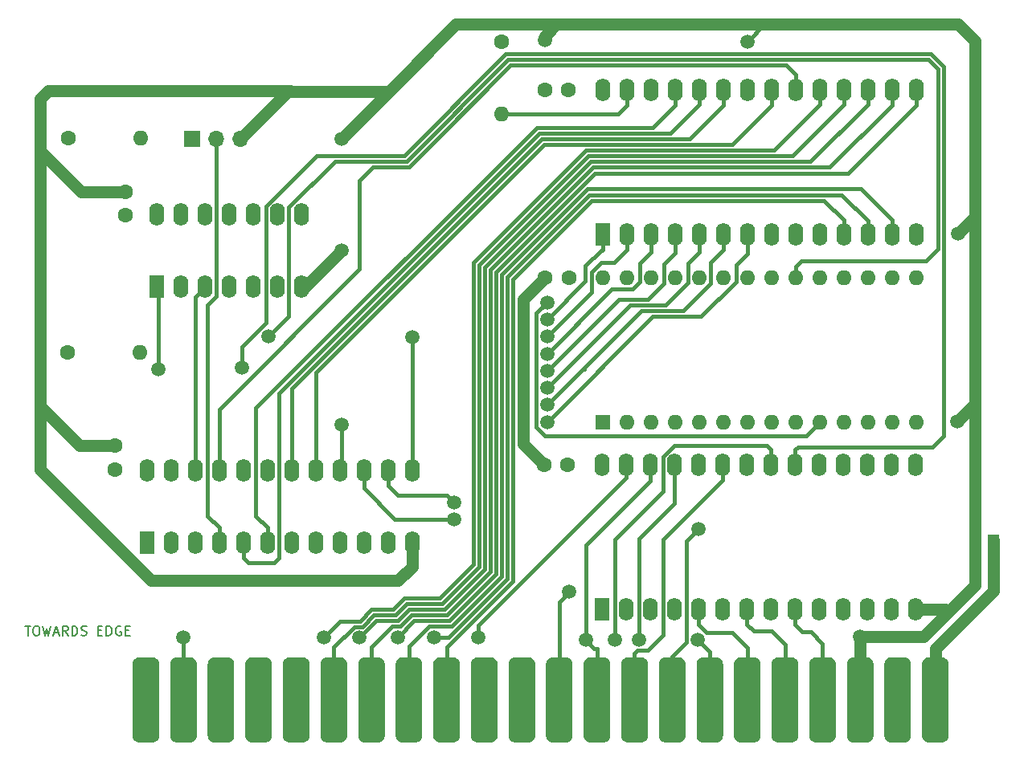
<source format=gbr>
G04 #@! TF.GenerationSoftware,KiCad,Pcbnew,(5.1.5-0)*
G04 #@! TF.CreationDate,2021-03-10T11:50:08+01:00*
G04 #@! TF.ProjectId,Apple1Cartridge,4170706c-6531-4436-9172-747269646765,rev?*
G04 #@! TF.SameCoordinates,Original*
G04 #@! TF.FileFunction,Copper,L1,Top*
G04 #@! TF.FilePolarity,Positive*
%FSLAX46Y46*%
G04 Gerber Fmt 4.6, Leading zero omitted, Abs format (unit mm)*
G04 Created by KiCad (PCBNEW (5.1.5-0)) date 2021-03-10 11:50:08*
%MOMM*%
%LPD*%
G04 APERTURE LIST*
%ADD10C,0.150000*%
%ADD11O,1.600000X2.400000*%
%ADD12R,1.600000X2.400000*%
%ADD13O,1.600000X1.600000*%
%ADD14R,1.600000X1.600000*%
%ADD15C,1.600000*%
%ADD16C,1.200000*%
%ADD17R,1.200000X1.200000*%
%ADD18O,1.700000X1.700000*%
%ADD19R,1.700000X1.700000*%
%ADD20C,0.100000*%
%ADD21C,1.500000*%
%ADD22C,1.300000*%
%ADD23C,0.400000*%
G04 APERTURE END LIST*
D10*
X93480951Y-128679960D02*
X94052380Y-128679960D01*
X93766665Y-129679960D02*
X93766665Y-128679960D01*
X94576189Y-128679960D02*
X94766665Y-128679960D01*
X94861903Y-128727580D01*
X94957141Y-128822818D01*
X95004760Y-129013294D01*
X95004760Y-129346627D01*
X94957141Y-129537103D01*
X94861903Y-129632341D01*
X94766665Y-129679960D01*
X94576189Y-129679960D01*
X94480951Y-129632341D01*
X94385713Y-129537103D01*
X94338094Y-129346627D01*
X94338094Y-129013294D01*
X94385713Y-128822818D01*
X94480951Y-128727580D01*
X94576189Y-128679960D01*
X95338094Y-128679960D02*
X95576189Y-129679960D01*
X95766665Y-128965675D01*
X95957141Y-129679960D01*
X96195237Y-128679960D01*
X96528570Y-129394246D02*
X97004760Y-129394246D01*
X96433332Y-129679960D02*
X96766665Y-128679960D01*
X97099999Y-129679960D01*
X98004760Y-129679960D02*
X97671427Y-129203770D01*
X97433332Y-129679960D02*
X97433332Y-128679960D01*
X97814284Y-128679960D01*
X97909522Y-128727580D01*
X97957141Y-128775199D01*
X98004760Y-128870437D01*
X98004760Y-129013294D01*
X97957141Y-129108532D01*
X97909522Y-129156151D01*
X97814284Y-129203770D01*
X97433332Y-129203770D01*
X98433332Y-129679960D02*
X98433332Y-128679960D01*
X98671427Y-128679960D01*
X98814284Y-128727580D01*
X98909522Y-128822818D01*
X98957141Y-128918056D01*
X99004760Y-129108532D01*
X99004760Y-129251389D01*
X98957141Y-129441865D01*
X98909522Y-129537103D01*
X98814284Y-129632341D01*
X98671427Y-129679960D01*
X98433332Y-129679960D01*
X99385713Y-129632341D02*
X99528570Y-129679960D01*
X99766665Y-129679960D01*
X99861903Y-129632341D01*
X99909522Y-129584722D01*
X99957141Y-129489484D01*
X99957141Y-129394246D01*
X99909522Y-129299008D01*
X99861903Y-129251389D01*
X99766665Y-129203770D01*
X99576189Y-129156151D01*
X99480951Y-129108532D01*
X99433332Y-129060913D01*
X99385713Y-128965675D01*
X99385713Y-128870437D01*
X99433332Y-128775199D01*
X99480951Y-128727580D01*
X99576189Y-128679960D01*
X99814284Y-128679960D01*
X99957141Y-128727580D01*
X101147618Y-129156151D02*
X101480951Y-129156151D01*
X101623808Y-129679960D02*
X101147618Y-129679960D01*
X101147618Y-128679960D01*
X101623808Y-128679960D01*
X102052380Y-129679960D02*
X102052380Y-128679960D01*
X102290475Y-128679960D01*
X102433332Y-128727580D01*
X102528570Y-128822818D01*
X102576189Y-128918056D01*
X102623808Y-129108532D01*
X102623808Y-129251389D01*
X102576189Y-129441865D01*
X102528570Y-129537103D01*
X102433332Y-129632341D01*
X102290475Y-129679960D01*
X102052380Y-129679960D01*
X103576189Y-128727580D02*
X103480951Y-128679960D01*
X103338094Y-128679960D01*
X103195237Y-128727580D01*
X103099999Y-128822818D01*
X103052380Y-128918056D01*
X103004760Y-129108532D01*
X103004760Y-129251389D01*
X103052380Y-129441865D01*
X103099999Y-129537103D01*
X103195237Y-129632341D01*
X103338094Y-129679960D01*
X103433332Y-129679960D01*
X103576189Y-129632341D01*
X103623808Y-129584722D01*
X103623808Y-129251389D01*
X103433332Y-129251389D01*
X104052380Y-129156151D02*
X104385713Y-129156151D01*
X104528570Y-129679960D02*
X104052380Y-129679960D01*
X104052380Y-128679960D01*
X104528570Y-128679960D01*
D11*
X154307540Y-72152260D03*
X187327540Y-87392260D03*
X156847540Y-72152260D03*
X184787540Y-87392260D03*
X159387540Y-72152260D03*
X182247540Y-87392260D03*
X161927540Y-72152260D03*
X179707540Y-87392260D03*
X164467540Y-72152260D03*
X177167540Y-87392260D03*
X167007540Y-72152260D03*
X174627540Y-87392260D03*
X169547540Y-72152260D03*
X172087540Y-87392260D03*
X172087540Y-72152260D03*
X169547540Y-87392260D03*
X174627540Y-72152260D03*
X167007540Y-87392260D03*
X177167540Y-72152260D03*
X164467540Y-87392260D03*
X179707540Y-72152260D03*
X161927540Y-87392260D03*
X182247540Y-72152260D03*
X159387540Y-87392260D03*
X184787540Y-72152260D03*
X156847540Y-87392260D03*
X187327540Y-72152260D03*
D12*
X154307540Y-87392260D03*
D13*
X154315160Y-91933780D03*
X187335160Y-107173780D03*
X156855160Y-91933780D03*
X184795160Y-107173780D03*
X159395160Y-91933780D03*
X182255160Y-107173780D03*
X161935160Y-91933780D03*
X179715160Y-107173780D03*
X164475160Y-91933780D03*
X177175160Y-107173780D03*
X167015160Y-91933780D03*
X174635160Y-107173780D03*
X169555160Y-91933780D03*
X172095160Y-107173780D03*
X172095160Y-91933780D03*
X169555160Y-107173780D03*
X174635160Y-91933780D03*
X167015160Y-107173780D03*
X177175160Y-91933780D03*
X164475160Y-107173780D03*
X179715160Y-91933780D03*
X161935160Y-107173780D03*
X182255160Y-91933780D03*
X159395160Y-107173780D03*
X184795160Y-91933780D03*
X156855160Y-107173780D03*
X187335160Y-91933780D03*
D14*
X154315160Y-107173780D03*
D11*
X154277060Y-111707680D03*
X187297060Y-126947680D03*
X156817060Y-111707680D03*
X184757060Y-126947680D03*
X159357060Y-111707680D03*
X182217060Y-126947680D03*
X161897060Y-111707680D03*
X179677060Y-126947680D03*
X164437060Y-111707680D03*
X177137060Y-126947680D03*
X166977060Y-111707680D03*
X174597060Y-126947680D03*
X169517060Y-111707680D03*
X172057060Y-126947680D03*
X172057060Y-111707680D03*
X169517060Y-126947680D03*
X174597060Y-111707680D03*
X166977060Y-126947680D03*
X177137060Y-111707680D03*
X164437060Y-126947680D03*
X179677060Y-111707680D03*
X161897060Y-126947680D03*
X182217060Y-111707680D03*
X159357060Y-126947680D03*
X184757060Y-111707680D03*
X156817060Y-126947680D03*
X187297060Y-111707680D03*
D12*
X154277060Y-126947680D03*
D11*
X106301540Y-112280700D03*
X134241540Y-119900700D03*
X108841540Y-112280700D03*
X131701540Y-119900700D03*
X111381540Y-112280700D03*
X129161540Y-119900700D03*
X113921540Y-112280700D03*
X126621540Y-119900700D03*
X116461540Y-112280700D03*
X124081540Y-119900700D03*
X119001540Y-112280700D03*
X121541540Y-119900700D03*
X121541540Y-112280700D03*
X119001540Y-119900700D03*
X124081540Y-112280700D03*
X116461540Y-119900700D03*
X126621540Y-112280700D03*
X113921540Y-119900700D03*
X129161540Y-112280700D03*
X111381540Y-119900700D03*
X131701540Y-112280700D03*
X108841540Y-119900700D03*
X134241540Y-112280700D03*
D12*
X106301540Y-119900700D03*
D11*
X107368340Y-85280500D03*
X122608340Y-92900500D03*
X109908340Y-85280500D03*
X120068340Y-92900500D03*
X112448340Y-85280500D03*
X117528340Y-92900500D03*
X114988340Y-85280500D03*
X114988340Y-92900500D03*
X117528340Y-85280500D03*
X112448340Y-92900500D03*
X120068340Y-85280500D03*
X109908340Y-92900500D03*
X122608340Y-85280500D03*
D12*
X107368340Y-92900500D03*
D15*
X148238840Y-91978480D03*
X150738840Y-91978480D03*
X148205820Y-72118220D03*
X150705820Y-72118220D03*
D16*
X193521580Y-119608600D03*
D17*
X195521580Y-119608600D03*
D13*
X143644620Y-74645520D03*
D15*
X143644620Y-67025520D03*
D13*
X105575100Y-99804220D03*
D15*
X97955100Y-99804220D03*
D13*
X105610660Y-77254100D03*
D15*
X97990660Y-77254100D03*
D18*
X116182140Y-77269340D03*
X113642140Y-77269340D03*
D19*
X111102140Y-77269340D03*
G04 #@! TA.AperFunction,ConnectorPad*
D20*
G36*
X190125505Y-131969063D02*
G01*
X190193311Y-131979121D01*
X190259804Y-131995777D01*
X190324344Y-132018870D01*
X190386311Y-132048178D01*
X190445106Y-132083418D01*
X190500164Y-132124252D01*
X190550954Y-132170286D01*
X190596988Y-132221076D01*
X190637822Y-132276134D01*
X190673062Y-132334929D01*
X190702370Y-132396896D01*
X190725463Y-132461436D01*
X190742119Y-132527929D01*
X190752177Y-132595735D01*
X190755540Y-132664200D01*
X190755540Y-140258800D01*
X190752177Y-140327265D01*
X190742119Y-140395071D01*
X190725463Y-140461564D01*
X190702370Y-140526104D01*
X190673062Y-140588071D01*
X190637822Y-140646866D01*
X190596988Y-140701924D01*
X190550954Y-140752714D01*
X190500164Y-140798748D01*
X190445106Y-140839582D01*
X190386311Y-140874822D01*
X190324344Y-140904130D01*
X190259804Y-140927223D01*
X190193311Y-140943879D01*
X190125505Y-140953937D01*
X190057040Y-140957300D01*
X188660040Y-140957300D01*
X188591575Y-140953937D01*
X188523769Y-140943879D01*
X188457276Y-140927223D01*
X188392736Y-140904130D01*
X188330769Y-140874822D01*
X188271974Y-140839582D01*
X188216916Y-140798748D01*
X188166126Y-140752714D01*
X188120092Y-140701924D01*
X188079258Y-140646866D01*
X188044018Y-140588071D01*
X188014710Y-140526104D01*
X187991617Y-140461564D01*
X187974961Y-140395071D01*
X187964903Y-140327265D01*
X187961540Y-140258800D01*
X187961540Y-132664200D01*
X187964903Y-132595735D01*
X187974961Y-132527929D01*
X187991617Y-132461436D01*
X188014710Y-132396896D01*
X188044018Y-132334929D01*
X188079258Y-132276134D01*
X188120092Y-132221076D01*
X188166126Y-132170286D01*
X188216916Y-132124252D01*
X188271974Y-132083418D01*
X188330769Y-132048178D01*
X188392736Y-132018870D01*
X188457276Y-131995777D01*
X188523769Y-131979121D01*
X188591575Y-131969063D01*
X188660040Y-131965700D01*
X190057040Y-131965700D01*
X190125505Y-131969063D01*
G37*
G04 #@! TD.AperFunction*
G04 #@! TA.AperFunction,ConnectorPad*
G36*
X186165505Y-131969063D02*
G01*
X186233311Y-131979121D01*
X186299804Y-131995777D01*
X186364344Y-132018870D01*
X186426311Y-132048178D01*
X186485106Y-132083418D01*
X186540164Y-132124252D01*
X186590954Y-132170286D01*
X186636988Y-132221076D01*
X186677822Y-132276134D01*
X186713062Y-132334929D01*
X186742370Y-132396896D01*
X186765463Y-132461436D01*
X186782119Y-132527929D01*
X186792177Y-132595735D01*
X186795540Y-132664200D01*
X186795540Y-140258800D01*
X186792177Y-140327265D01*
X186782119Y-140395071D01*
X186765463Y-140461564D01*
X186742370Y-140526104D01*
X186713062Y-140588071D01*
X186677822Y-140646866D01*
X186636988Y-140701924D01*
X186590954Y-140752714D01*
X186540164Y-140798748D01*
X186485106Y-140839582D01*
X186426311Y-140874822D01*
X186364344Y-140904130D01*
X186299804Y-140927223D01*
X186233311Y-140943879D01*
X186165505Y-140953937D01*
X186097040Y-140957300D01*
X184700040Y-140957300D01*
X184631575Y-140953937D01*
X184563769Y-140943879D01*
X184497276Y-140927223D01*
X184432736Y-140904130D01*
X184370769Y-140874822D01*
X184311974Y-140839582D01*
X184256916Y-140798748D01*
X184206126Y-140752714D01*
X184160092Y-140701924D01*
X184119258Y-140646866D01*
X184084018Y-140588071D01*
X184054710Y-140526104D01*
X184031617Y-140461564D01*
X184014961Y-140395071D01*
X184004903Y-140327265D01*
X184001540Y-140258800D01*
X184001540Y-132664200D01*
X184004903Y-132595735D01*
X184014961Y-132527929D01*
X184031617Y-132461436D01*
X184054710Y-132396896D01*
X184084018Y-132334929D01*
X184119258Y-132276134D01*
X184160092Y-132221076D01*
X184206126Y-132170286D01*
X184256916Y-132124252D01*
X184311974Y-132083418D01*
X184370769Y-132048178D01*
X184432736Y-132018870D01*
X184497276Y-131995777D01*
X184563769Y-131979121D01*
X184631575Y-131969063D01*
X184700040Y-131965700D01*
X186097040Y-131965700D01*
X186165505Y-131969063D01*
G37*
G04 #@! TD.AperFunction*
G04 #@! TA.AperFunction,ConnectorPad*
G36*
X182205505Y-131969063D02*
G01*
X182273311Y-131979121D01*
X182339804Y-131995777D01*
X182404344Y-132018870D01*
X182466311Y-132048178D01*
X182525106Y-132083418D01*
X182580164Y-132124252D01*
X182630954Y-132170286D01*
X182676988Y-132221076D01*
X182717822Y-132276134D01*
X182753062Y-132334929D01*
X182782370Y-132396896D01*
X182805463Y-132461436D01*
X182822119Y-132527929D01*
X182832177Y-132595735D01*
X182835540Y-132664200D01*
X182835540Y-140258800D01*
X182832177Y-140327265D01*
X182822119Y-140395071D01*
X182805463Y-140461564D01*
X182782370Y-140526104D01*
X182753062Y-140588071D01*
X182717822Y-140646866D01*
X182676988Y-140701924D01*
X182630954Y-140752714D01*
X182580164Y-140798748D01*
X182525106Y-140839582D01*
X182466311Y-140874822D01*
X182404344Y-140904130D01*
X182339804Y-140927223D01*
X182273311Y-140943879D01*
X182205505Y-140953937D01*
X182137040Y-140957300D01*
X180740040Y-140957300D01*
X180671575Y-140953937D01*
X180603769Y-140943879D01*
X180537276Y-140927223D01*
X180472736Y-140904130D01*
X180410769Y-140874822D01*
X180351974Y-140839582D01*
X180296916Y-140798748D01*
X180246126Y-140752714D01*
X180200092Y-140701924D01*
X180159258Y-140646866D01*
X180124018Y-140588071D01*
X180094710Y-140526104D01*
X180071617Y-140461564D01*
X180054961Y-140395071D01*
X180044903Y-140327265D01*
X180041540Y-140258800D01*
X180041540Y-132664200D01*
X180044903Y-132595735D01*
X180054961Y-132527929D01*
X180071617Y-132461436D01*
X180094710Y-132396896D01*
X180124018Y-132334929D01*
X180159258Y-132276134D01*
X180200092Y-132221076D01*
X180246126Y-132170286D01*
X180296916Y-132124252D01*
X180351974Y-132083418D01*
X180410769Y-132048178D01*
X180472736Y-132018870D01*
X180537276Y-131995777D01*
X180603769Y-131979121D01*
X180671575Y-131969063D01*
X180740040Y-131965700D01*
X182137040Y-131965700D01*
X182205505Y-131969063D01*
G37*
G04 #@! TD.AperFunction*
G04 #@! TA.AperFunction,ConnectorPad*
G36*
X178245505Y-131969063D02*
G01*
X178313311Y-131979121D01*
X178379804Y-131995777D01*
X178444344Y-132018870D01*
X178506311Y-132048178D01*
X178565106Y-132083418D01*
X178620164Y-132124252D01*
X178670954Y-132170286D01*
X178716988Y-132221076D01*
X178757822Y-132276134D01*
X178793062Y-132334929D01*
X178822370Y-132396896D01*
X178845463Y-132461436D01*
X178862119Y-132527929D01*
X178872177Y-132595735D01*
X178875540Y-132664200D01*
X178875540Y-140258800D01*
X178872177Y-140327265D01*
X178862119Y-140395071D01*
X178845463Y-140461564D01*
X178822370Y-140526104D01*
X178793062Y-140588071D01*
X178757822Y-140646866D01*
X178716988Y-140701924D01*
X178670954Y-140752714D01*
X178620164Y-140798748D01*
X178565106Y-140839582D01*
X178506311Y-140874822D01*
X178444344Y-140904130D01*
X178379804Y-140927223D01*
X178313311Y-140943879D01*
X178245505Y-140953937D01*
X178177040Y-140957300D01*
X176780040Y-140957300D01*
X176711575Y-140953937D01*
X176643769Y-140943879D01*
X176577276Y-140927223D01*
X176512736Y-140904130D01*
X176450769Y-140874822D01*
X176391974Y-140839582D01*
X176336916Y-140798748D01*
X176286126Y-140752714D01*
X176240092Y-140701924D01*
X176199258Y-140646866D01*
X176164018Y-140588071D01*
X176134710Y-140526104D01*
X176111617Y-140461564D01*
X176094961Y-140395071D01*
X176084903Y-140327265D01*
X176081540Y-140258800D01*
X176081540Y-132664200D01*
X176084903Y-132595735D01*
X176094961Y-132527929D01*
X176111617Y-132461436D01*
X176134710Y-132396896D01*
X176164018Y-132334929D01*
X176199258Y-132276134D01*
X176240092Y-132221076D01*
X176286126Y-132170286D01*
X176336916Y-132124252D01*
X176391974Y-132083418D01*
X176450769Y-132048178D01*
X176512736Y-132018870D01*
X176577276Y-131995777D01*
X176643769Y-131979121D01*
X176711575Y-131969063D01*
X176780040Y-131965700D01*
X178177040Y-131965700D01*
X178245505Y-131969063D01*
G37*
G04 #@! TD.AperFunction*
G04 #@! TA.AperFunction,ConnectorPad*
G36*
X174285505Y-131969063D02*
G01*
X174353311Y-131979121D01*
X174419804Y-131995777D01*
X174484344Y-132018870D01*
X174546311Y-132048178D01*
X174605106Y-132083418D01*
X174660164Y-132124252D01*
X174710954Y-132170286D01*
X174756988Y-132221076D01*
X174797822Y-132276134D01*
X174833062Y-132334929D01*
X174862370Y-132396896D01*
X174885463Y-132461436D01*
X174902119Y-132527929D01*
X174912177Y-132595735D01*
X174915540Y-132664200D01*
X174915540Y-140258800D01*
X174912177Y-140327265D01*
X174902119Y-140395071D01*
X174885463Y-140461564D01*
X174862370Y-140526104D01*
X174833062Y-140588071D01*
X174797822Y-140646866D01*
X174756988Y-140701924D01*
X174710954Y-140752714D01*
X174660164Y-140798748D01*
X174605106Y-140839582D01*
X174546311Y-140874822D01*
X174484344Y-140904130D01*
X174419804Y-140927223D01*
X174353311Y-140943879D01*
X174285505Y-140953937D01*
X174217040Y-140957300D01*
X172820040Y-140957300D01*
X172751575Y-140953937D01*
X172683769Y-140943879D01*
X172617276Y-140927223D01*
X172552736Y-140904130D01*
X172490769Y-140874822D01*
X172431974Y-140839582D01*
X172376916Y-140798748D01*
X172326126Y-140752714D01*
X172280092Y-140701924D01*
X172239258Y-140646866D01*
X172204018Y-140588071D01*
X172174710Y-140526104D01*
X172151617Y-140461564D01*
X172134961Y-140395071D01*
X172124903Y-140327265D01*
X172121540Y-140258800D01*
X172121540Y-132664200D01*
X172124903Y-132595735D01*
X172134961Y-132527929D01*
X172151617Y-132461436D01*
X172174710Y-132396896D01*
X172204018Y-132334929D01*
X172239258Y-132276134D01*
X172280092Y-132221076D01*
X172326126Y-132170286D01*
X172376916Y-132124252D01*
X172431974Y-132083418D01*
X172490769Y-132048178D01*
X172552736Y-132018870D01*
X172617276Y-131995777D01*
X172683769Y-131979121D01*
X172751575Y-131969063D01*
X172820040Y-131965700D01*
X174217040Y-131965700D01*
X174285505Y-131969063D01*
G37*
G04 #@! TD.AperFunction*
G04 #@! TA.AperFunction,ConnectorPad*
G36*
X170325505Y-131969063D02*
G01*
X170393311Y-131979121D01*
X170459804Y-131995777D01*
X170524344Y-132018870D01*
X170586311Y-132048178D01*
X170645106Y-132083418D01*
X170700164Y-132124252D01*
X170750954Y-132170286D01*
X170796988Y-132221076D01*
X170837822Y-132276134D01*
X170873062Y-132334929D01*
X170902370Y-132396896D01*
X170925463Y-132461436D01*
X170942119Y-132527929D01*
X170952177Y-132595735D01*
X170955540Y-132664200D01*
X170955540Y-140258800D01*
X170952177Y-140327265D01*
X170942119Y-140395071D01*
X170925463Y-140461564D01*
X170902370Y-140526104D01*
X170873062Y-140588071D01*
X170837822Y-140646866D01*
X170796988Y-140701924D01*
X170750954Y-140752714D01*
X170700164Y-140798748D01*
X170645106Y-140839582D01*
X170586311Y-140874822D01*
X170524344Y-140904130D01*
X170459804Y-140927223D01*
X170393311Y-140943879D01*
X170325505Y-140953937D01*
X170257040Y-140957300D01*
X168860040Y-140957300D01*
X168791575Y-140953937D01*
X168723769Y-140943879D01*
X168657276Y-140927223D01*
X168592736Y-140904130D01*
X168530769Y-140874822D01*
X168471974Y-140839582D01*
X168416916Y-140798748D01*
X168366126Y-140752714D01*
X168320092Y-140701924D01*
X168279258Y-140646866D01*
X168244018Y-140588071D01*
X168214710Y-140526104D01*
X168191617Y-140461564D01*
X168174961Y-140395071D01*
X168164903Y-140327265D01*
X168161540Y-140258800D01*
X168161540Y-132664200D01*
X168164903Y-132595735D01*
X168174961Y-132527929D01*
X168191617Y-132461436D01*
X168214710Y-132396896D01*
X168244018Y-132334929D01*
X168279258Y-132276134D01*
X168320092Y-132221076D01*
X168366126Y-132170286D01*
X168416916Y-132124252D01*
X168471974Y-132083418D01*
X168530769Y-132048178D01*
X168592736Y-132018870D01*
X168657276Y-131995777D01*
X168723769Y-131979121D01*
X168791575Y-131969063D01*
X168860040Y-131965700D01*
X170257040Y-131965700D01*
X170325505Y-131969063D01*
G37*
G04 #@! TD.AperFunction*
G04 #@! TA.AperFunction,ConnectorPad*
G36*
X166365505Y-131969063D02*
G01*
X166433311Y-131979121D01*
X166499804Y-131995777D01*
X166564344Y-132018870D01*
X166626311Y-132048178D01*
X166685106Y-132083418D01*
X166740164Y-132124252D01*
X166790954Y-132170286D01*
X166836988Y-132221076D01*
X166877822Y-132276134D01*
X166913062Y-132334929D01*
X166942370Y-132396896D01*
X166965463Y-132461436D01*
X166982119Y-132527929D01*
X166992177Y-132595735D01*
X166995540Y-132664200D01*
X166995540Y-140258800D01*
X166992177Y-140327265D01*
X166982119Y-140395071D01*
X166965463Y-140461564D01*
X166942370Y-140526104D01*
X166913062Y-140588071D01*
X166877822Y-140646866D01*
X166836988Y-140701924D01*
X166790954Y-140752714D01*
X166740164Y-140798748D01*
X166685106Y-140839582D01*
X166626311Y-140874822D01*
X166564344Y-140904130D01*
X166499804Y-140927223D01*
X166433311Y-140943879D01*
X166365505Y-140953937D01*
X166297040Y-140957300D01*
X164900040Y-140957300D01*
X164831575Y-140953937D01*
X164763769Y-140943879D01*
X164697276Y-140927223D01*
X164632736Y-140904130D01*
X164570769Y-140874822D01*
X164511974Y-140839582D01*
X164456916Y-140798748D01*
X164406126Y-140752714D01*
X164360092Y-140701924D01*
X164319258Y-140646866D01*
X164284018Y-140588071D01*
X164254710Y-140526104D01*
X164231617Y-140461564D01*
X164214961Y-140395071D01*
X164204903Y-140327265D01*
X164201540Y-140258800D01*
X164201540Y-132664200D01*
X164204903Y-132595735D01*
X164214961Y-132527929D01*
X164231617Y-132461436D01*
X164254710Y-132396896D01*
X164284018Y-132334929D01*
X164319258Y-132276134D01*
X164360092Y-132221076D01*
X164406126Y-132170286D01*
X164456916Y-132124252D01*
X164511974Y-132083418D01*
X164570769Y-132048178D01*
X164632736Y-132018870D01*
X164697276Y-131995777D01*
X164763769Y-131979121D01*
X164831575Y-131969063D01*
X164900040Y-131965700D01*
X166297040Y-131965700D01*
X166365505Y-131969063D01*
G37*
G04 #@! TD.AperFunction*
G04 #@! TA.AperFunction,ConnectorPad*
G36*
X162405505Y-131969063D02*
G01*
X162473311Y-131979121D01*
X162539804Y-131995777D01*
X162604344Y-132018870D01*
X162666311Y-132048178D01*
X162725106Y-132083418D01*
X162780164Y-132124252D01*
X162830954Y-132170286D01*
X162876988Y-132221076D01*
X162917822Y-132276134D01*
X162953062Y-132334929D01*
X162982370Y-132396896D01*
X163005463Y-132461436D01*
X163022119Y-132527929D01*
X163032177Y-132595735D01*
X163035540Y-132664200D01*
X163035540Y-140258800D01*
X163032177Y-140327265D01*
X163022119Y-140395071D01*
X163005463Y-140461564D01*
X162982370Y-140526104D01*
X162953062Y-140588071D01*
X162917822Y-140646866D01*
X162876988Y-140701924D01*
X162830954Y-140752714D01*
X162780164Y-140798748D01*
X162725106Y-140839582D01*
X162666311Y-140874822D01*
X162604344Y-140904130D01*
X162539804Y-140927223D01*
X162473311Y-140943879D01*
X162405505Y-140953937D01*
X162337040Y-140957300D01*
X160940040Y-140957300D01*
X160871575Y-140953937D01*
X160803769Y-140943879D01*
X160737276Y-140927223D01*
X160672736Y-140904130D01*
X160610769Y-140874822D01*
X160551974Y-140839582D01*
X160496916Y-140798748D01*
X160446126Y-140752714D01*
X160400092Y-140701924D01*
X160359258Y-140646866D01*
X160324018Y-140588071D01*
X160294710Y-140526104D01*
X160271617Y-140461564D01*
X160254961Y-140395071D01*
X160244903Y-140327265D01*
X160241540Y-140258800D01*
X160241540Y-132664200D01*
X160244903Y-132595735D01*
X160254961Y-132527929D01*
X160271617Y-132461436D01*
X160294710Y-132396896D01*
X160324018Y-132334929D01*
X160359258Y-132276134D01*
X160400092Y-132221076D01*
X160446126Y-132170286D01*
X160496916Y-132124252D01*
X160551974Y-132083418D01*
X160610769Y-132048178D01*
X160672736Y-132018870D01*
X160737276Y-131995777D01*
X160803769Y-131979121D01*
X160871575Y-131969063D01*
X160940040Y-131965700D01*
X162337040Y-131965700D01*
X162405505Y-131969063D01*
G37*
G04 #@! TD.AperFunction*
G04 #@! TA.AperFunction,ConnectorPad*
G36*
X158445505Y-131969063D02*
G01*
X158513311Y-131979121D01*
X158579804Y-131995777D01*
X158644344Y-132018870D01*
X158706311Y-132048178D01*
X158765106Y-132083418D01*
X158820164Y-132124252D01*
X158870954Y-132170286D01*
X158916988Y-132221076D01*
X158957822Y-132276134D01*
X158993062Y-132334929D01*
X159022370Y-132396896D01*
X159045463Y-132461436D01*
X159062119Y-132527929D01*
X159072177Y-132595735D01*
X159075540Y-132664200D01*
X159075540Y-140258800D01*
X159072177Y-140327265D01*
X159062119Y-140395071D01*
X159045463Y-140461564D01*
X159022370Y-140526104D01*
X158993062Y-140588071D01*
X158957822Y-140646866D01*
X158916988Y-140701924D01*
X158870954Y-140752714D01*
X158820164Y-140798748D01*
X158765106Y-140839582D01*
X158706311Y-140874822D01*
X158644344Y-140904130D01*
X158579804Y-140927223D01*
X158513311Y-140943879D01*
X158445505Y-140953937D01*
X158377040Y-140957300D01*
X156980040Y-140957300D01*
X156911575Y-140953937D01*
X156843769Y-140943879D01*
X156777276Y-140927223D01*
X156712736Y-140904130D01*
X156650769Y-140874822D01*
X156591974Y-140839582D01*
X156536916Y-140798748D01*
X156486126Y-140752714D01*
X156440092Y-140701924D01*
X156399258Y-140646866D01*
X156364018Y-140588071D01*
X156334710Y-140526104D01*
X156311617Y-140461564D01*
X156294961Y-140395071D01*
X156284903Y-140327265D01*
X156281540Y-140258800D01*
X156281540Y-132664200D01*
X156284903Y-132595735D01*
X156294961Y-132527929D01*
X156311617Y-132461436D01*
X156334710Y-132396896D01*
X156364018Y-132334929D01*
X156399258Y-132276134D01*
X156440092Y-132221076D01*
X156486126Y-132170286D01*
X156536916Y-132124252D01*
X156591974Y-132083418D01*
X156650769Y-132048178D01*
X156712736Y-132018870D01*
X156777276Y-131995777D01*
X156843769Y-131979121D01*
X156911575Y-131969063D01*
X156980040Y-131965700D01*
X158377040Y-131965700D01*
X158445505Y-131969063D01*
G37*
G04 #@! TD.AperFunction*
G04 #@! TA.AperFunction,ConnectorPad*
G36*
X154485505Y-131969063D02*
G01*
X154553311Y-131979121D01*
X154619804Y-131995777D01*
X154684344Y-132018870D01*
X154746311Y-132048178D01*
X154805106Y-132083418D01*
X154860164Y-132124252D01*
X154910954Y-132170286D01*
X154956988Y-132221076D01*
X154997822Y-132276134D01*
X155033062Y-132334929D01*
X155062370Y-132396896D01*
X155085463Y-132461436D01*
X155102119Y-132527929D01*
X155112177Y-132595735D01*
X155115540Y-132664200D01*
X155115540Y-140258800D01*
X155112177Y-140327265D01*
X155102119Y-140395071D01*
X155085463Y-140461564D01*
X155062370Y-140526104D01*
X155033062Y-140588071D01*
X154997822Y-140646866D01*
X154956988Y-140701924D01*
X154910954Y-140752714D01*
X154860164Y-140798748D01*
X154805106Y-140839582D01*
X154746311Y-140874822D01*
X154684344Y-140904130D01*
X154619804Y-140927223D01*
X154553311Y-140943879D01*
X154485505Y-140953937D01*
X154417040Y-140957300D01*
X153020040Y-140957300D01*
X152951575Y-140953937D01*
X152883769Y-140943879D01*
X152817276Y-140927223D01*
X152752736Y-140904130D01*
X152690769Y-140874822D01*
X152631974Y-140839582D01*
X152576916Y-140798748D01*
X152526126Y-140752714D01*
X152480092Y-140701924D01*
X152439258Y-140646866D01*
X152404018Y-140588071D01*
X152374710Y-140526104D01*
X152351617Y-140461564D01*
X152334961Y-140395071D01*
X152324903Y-140327265D01*
X152321540Y-140258800D01*
X152321540Y-132664200D01*
X152324903Y-132595735D01*
X152334961Y-132527929D01*
X152351617Y-132461436D01*
X152374710Y-132396896D01*
X152404018Y-132334929D01*
X152439258Y-132276134D01*
X152480092Y-132221076D01*
X152526126Y-132170286D01*
X152576916Y-132124252D01*
X152631974Y-132083418D01*
X152690769Y-132048178D01*
X152752736Y-132018870D01*
X152817276Y-131995777D01*
X152883769Y-131979121D01*
X152951575Y-131969063D01*
X153020040Y-131965700D01*
X154417040Y-131965700D01*
X154485505Y-131969063D01*
G37*
G04 #@! TD.AperFunction*
G04 #@! TA.AperFunction,ConnectorPad*
G36*
X150525505Y-131969063D02*
G01*
X150593311Y-131979121D01*
X150659804Y-131995777D01*
X150724344Y-132018870D01*
X150786311Y-132048178D01*
X150845106Y-132083418D01*
X150900164Y-132124252D01*
X150950954Y-132170286D01*
X150996988Y-132221076D01*
X151037822Y-132276134D01*
X151073062Y-132334929D01*
X151102370Y-132396896D01*
X151125463Y-132461436D01*
X151142119Y-132527929D01*
X151152177Y-132595735D01*
X151155540Y-132664200D01*
X151155540Y-140258800D01*
X151152177Y-140327265D01*
X151142119Y-140395071D01*
X151125463Y-140461564D01*
X151102370Y-140526104D01*
X151073062Y-140588071D01*
X151037822Y-140646866D01*
X150996988Y-140701924D01*
X150950954Y-140752714D01*
X150900164Y-140798748D01*
X150845106Y-140839582D01*
X150786311Y-140874822D01*
X150724344Y-140904130D01*
X150659804Y-140927223D01*
X150593311Y-140943879D01*
X150525505Y-140953937D01*
X150457040Y-140957300D01*
X149060040Y-140957300D01*
X148991575Y-140953937D01*
X148923769Y-140943879D01*
X148857276Y-140927223D01*
X148792736Y-140904130D01*
X148730769Y-140874822D01*
X148671974Y-140839582D01*
X148616916Y-140798748D01*
X148566126Y-140752714D01*
X148520092Y-140701924D01*
X148479258Y-140646866D01*
X148444018Y-140588071D01*
X148414710Y-140526104D01*
X148391617Y-140461564D01*
X148374961Y-140395071D01*
X148364903Y-140327265D01*
X148361540Y-140258800D01*
X148361540Y-132664200D01*
X148364903Y-132595735D01*
X148374961Y-132527929D01*
X148391617Y-132461436D01*
X148414710Y-132396896D01*
X148444018Y-132334929D01*
X148479258Y-132276134D01*
X148520092Y-132221076D01*
X148566126Y-132170286D01*
X148616916Y-132124252D01*
X148671974Y-132083418D01*
X148730769Y-132048178D01*
X148792736Y-132018870D01*
X148857276Y-131995777D01*
X148923769Y-131979121D01*
X148991575Y-131969063D01*
X149060040Y-131965700D01*
X150457040Y-131965700D01*
X150525505Y-131969063D01*
G37*
G04 #@! TD.AperFunction*
G04 #@! TA.AperFunction,ConnectorPad*
G36*
X146565505Y-131969063D02*
G01*
X146633311Y-131979121D01*
X146699804Y-131995777D01*
X146764344Y-132018870D01*
X146826311Y-132048178D01*
X146885106Y-132083418D01*
X146940164Y-132124252D01*
X146990954Y-132170286D01*
X147036988Y-132221076D01*
X147077822Y-132276134D01*
X147113062Y-132334929D01*
X147142370Y-132396896D01*
X147165463Y-132461436D01*
X147182119Y-132527929D01*
X147192177Y-132595735D01*
X147195540Y-132664200D01*
X147195540Y-140258800D01*
X147192177Y-140327265D01*
X147182119Y-140395071D01*
X147165463Y-140461564D01*
X147142370Y-140526104D01*
X147113062Y-140588071D01*
X147077822Y-140646866D01*
X147036988Y-140701924D01*
X146990954Y-140752714D01*
X146940164Y-140798748D01*
X146885106Y-140839582D01*
X146826311Y-140874822D01*
X146764344Y-140904130D01*
X146699804Y-140927223D01*
X146633311Y-140943879D01*
X146565505Y-140953937D01*
X146497040Y-140957300D01*
X145100040Y-140957300D01*
X145031575Y-140953937D01*
X144963769Y-140943879D01*
X144897276Y-140927223D01*
X144832736Y-140904130D01*
X144770769Y-140874822D01*
X144711974Y-140839582D01*
X144656916Y-140798748D01*
X144606126Y-140752714D01*
X144560092Y-140701924D01*
X144519258Y-140646866D01*
X144484018Y-140588071D01*
X144454710Y-140526104D01*
X144431617Y-140461564D01*
X144414961Y-140395071D01*
X144404903Y-140327265D01*
X144401540Y-140258800D01*
X144401540Y-132664200D01*
X144404903Y-132595735D01*
X144414961Y-132527929D01*
X144431617Y-132461436D01*
X144454710Y-132396896D01*
X144484018Y-132334929D01*
X144519258Y-132276134D01*
X144560092Y-132221076D01*
X144606126Y-132170286D01*
X144656916Y-132124252D01*
X144711974Y-132083418D01*
X144770769Y-132048178D01*
X144832736Y-132018870D01*
X144897276Y-131995777D01*
X144963769Y-131979121D01*
X145031575Y-131969063D01*
X145100040Y-131965700D01*
X146497040Y-131965700D01*
X146565505Y-131969063D01*
G37*
G04 #@! TD.AperFunction*
G04 #@! TA.AperFunction,ConnectorPad*
G36*
X142605505Y-131969063D02*
G01*
X142673311Y-131979121D01*
X142739804Y-131995777D01*
X142804344Y-132018870D01*
X142866311Y-132048178D01*
X142925106Y-132083418D01*
X142980164Y-132124252D01*
X143030954Y-132170286D01*
X143076988Y-132221076D01*
X143117822Y-132276134D01*
X143153062Y-132334929D01*
X143182370Y-132396896D01*
X143205463Y-132461436D01*
X143222119Y-132527929D01*
X143232177Y-132595735D01*
X143235540Y-132664200D01*
X143235540Y-140258800D01*
X143232177Y-140327265D01*
X143222119Y-140395071D01*
X143205463Y-140461564D01*
X143182370Y-140526104D01*
X143153062Y-140588071D01*
X143117822Y-140646866D01*
X143076988Y-140701924D01*
X143030954Y-140752714D01*
X142980164Y-140798748D01*
X142925106Y-140839582D01*
X142866311Y-140874822D01*
X142804344Y-140904130D01*
X142739804Y-140927223D01*
X142673311Y-140943879D01*
X142605505Y-140953937D01*
X142537040Y-140957300D01*
X141140040Y-140957300D01*
X141071575Y-140953937D01*
X141003769Y-140943879D01*
X140937276Y-140927223D01*
X140872736Y-140904130D01*
X140810769Y-140874822D01*
X140751974Y-140839582D01*
X140696916Y-140798748D01*
X140646126Y-140752714D01*
X140600092Y-140701924D01*
X140559258Y-140646866D01*
X140524018Y-140588071D01*
X140494710Y-140526104D01*
X140471617Y-140461564D01*
X140454961Y-140395071D01*
X140444903Y-140327265D01*
X140441540Y-140258800D01*
X140441540Y-132664200D01*
X140444903Y-132595735D01*
X140454961Y-132527929D01*
X140471617Y-132461436D01*
X140494710Y-132396896D01*
X140524018Y-132334929D01*
X140559258Y-132276134D01*
X140600092Y-132221076D01*
X140646126Y-132170286D01*
X140696916Y-132124252D01*
X140751974Y-132083418D01*
X140810769Y-132048178D01*
X140872736Y-132018870D01*
X140937276Y-131995777D01*
X141003769Y-131979121D01*
X141071575Y-131969063D01*
X141140040Y-131965700D01*
X142537040Y-131965700D01*
X142605505Y-131969063D01*
G37*
G04 #@! TD.AperFunction*
G04 #@! TA.AperFunction,ConnectorPad*
G36*
X138645505Y-131969063D02*
G01*
X138713311Y-131979121D01*
X138779804Y-131995777D01*
X138844344Y-132018870D01*
X138906311Y-132048178D01*
X138965106Y-132083418D01*
X139020164Y-132124252D01*
X139070954Y-132170286D01*
X139116988Y-132221076D01*
X139157822Y-132276134D01*
X139193062Y-132334929D01*
X139222370Y-132396896D01*
X139245463Y-132461436D01*
X139262119Y-132527929D01*
X139272177Y-132595735D01*
X139275540Y-132664200D01*
X139275540Y-140258800D01*
X139272177Y-140327265D01*
X139262119Y-140395071D01*
X139245463Y-140461564D01*
X139222370Y-140526104D01*
X139193062Y-140588071D01*
X139157822Y-140646866D01*
X139116988Y-140701924D01*
X139070954Y-140752714D01*
X139020164Y-140798748D01*
X138965106Y-140839582D01*
X138906311Y-140874822D01*
X138844344Y-140904130D01*
X138779804Y-140927223D01*
X138713311Y-140943879D01*
X138645505Y-140953937D01*
X138577040Y-140957300D01*
X137180040Y-140957300D01*
X137111575Y-140953937D01*
X137043769Y-140943879D01*
X136977276Y-140927223D01*
X136912736Y-140904130D01*
X136850769Y-140874822D01*
X136791974Y-140839582D01*
X136736916Y-140798748D01*
X136686126Y-140752714D01*
X136640092Y-140701924D01*
X136599258Y-140646866D01*
X136564018Y-140588071D01*
X136534710Y-140526104D01*
X136511617Y-140461564D01*
X136494961Y-140395071D01*
X136484903Y-140327265D01*
X136481540Y-140258800D01*
X136481540Y-132664200D01*
X136484903Y-132595735D01*
X136494961Y-132527929D01*
X136511617Y-132461436D01*
X136534710Y-132396896D01*
X136564018Y-132334929D01*
X136599258Y-132276134D01*
X136640092Y-132221076D01*
X136686126Y-132170286D01*
X136736916Y-132124252D01*
X136791974Y-132083418D01*
X136850769Y-132048178D01*
X136912736Y-132018870D01*
X136977276Y-131995777D01*
X137043769Y-131979121D01*
X137111575Y-131969063D01*
X137180040Y-131965700D01*
X138577040Y-131965700D01*
X138645505Y-131969063D01*
G37*
G04 #@! TD.AperFunction*
G04 #@! TA.AperFunction,ConnectorPad*
G36*
X134685505Y-131969063D02*
G01*
X134753311Y-131979121D01*
X134819804Y-131995777D01*
X134884344Y-132018870D01*
X134946311Y-132048178D01*
X135005106Y-132083418D01*
X135060164Y-132124252D01*
X135110954Y-132170286D01*
X135156988Y-132221076D01*
X135197822Y-132276134D01*
X135233062Y-132334929D01*
X135262370Y-132396896D01*
X135285463Y-132461436D01*
X135302119Y-132527929D01*
X135312177Y-132595735D01*
X135315540Y-132664200D01*
X135315540Y-140258800D01*
X135312177Y-140327265D01*
X135302119Y-140395071D01*
X135285463Y-140461564D01*
X135262370Y-140526104D01*
X135233062Y-140588071D01*
X135197822Y-140646866D01*
X135156988Y-140701924D01*
X135110954Y-140752714D01*
X135060164Y-140798748D01*
X135005106Y-140839582D01*
X134946311Y-140874822D01*
X134884344Y-140904130D01*
X134819804Y-140927223D01*
X134753311Y-140943879D01*
X134685505Y-140953937D01*
X134617040Y-140957300D01*
X133220040Y-140957300D01*
X133151575Y-140953937D01*
X133083769Y-140943879D01*
X133017276Y-140927223D01*
X132952736Y-140904130D01*
X132890769Y-140874822D01*
X132831974Y-140839582D01*
X132776916Y-140798748D01*
X132726126Y-140752714D01*
X132680092Y-140701924D01*
X132639258Y-140646866D01*
X132604018Y-140588071D01*
X132574710Y-140526104D01*
X132551617Y-140461564D01*
X132534961Y-140395071D01*
X132524903Y-140327265D01*
X132521540Y-140258800D01*
X132521540Y-132664200D01*
X132524903Y-132595735D01*
X132534961Y-132527929D01*
X132551617Y-132461436D01*
X132574710Y-132396896D01*
X132604018Y-132334929D01*
X132639258Y-132276134D01*
X132680092Y-132221076D01*
X132726126Y-132170286D01*
X132776916Y-132124252D01*
X132831974Y-132083418D01*
X132890769Y-132048178D01*
X132952736Y-132018870D01*
X133017276Y-131995777D01*
X133083769Y-131979121D01*
X133151575Y-131969063D01*
X133220040Y-131965700D01*
X134617040Y-131965700D01*
X134685505Y-131969063D01*
G37*
G04 #@! TD.AperFunction*
G04 #@! TA.AperFunction,ConnectorPad*
G36*
X130725505Y-131969063D02*
G01*
X130793311Y-131979121D01*
X130859804Y-131995777D01*
X130924344Y-132018870D01*
X130986311Y-132048178D01*
X131045106Y-132083418D01*
X131100164Y-132124252D01*
X131150954Y-132170286D01*
X131196988Y-132221076D01*
X131237822Y-132276134D01*
X131273062Y-132334929D01*
X131302370Y-132396896D01*
X131325463Y-132461436D01*
X131342119Y-132527929D01*
X131352177Y-132595735D01*
X131355540Y-132664200D01*
X131355540Y-140258800D01*
X131352177Y-140327265D01*
X131342119Y-140395071D01*
X131325463Y-140461564D01*
X131302370Y-140526104D01*
X131273062Y-140588071D01*
X131237822Y-140646866D01*
X131196988Y-140701924D01*
X131150954Y-140752714D01*
X131100164Y-140798748D01*
X131045106Y-140839582D01*
X130986311Y-140874822D01*
X130924344Y-140904130D01*
X130859804Y-140927223D01*
X130793311Y-140943879D01*
X130725505Y-140953937D01*
X130657040Y-140957300D01*
X129260040Y-140957300D01*
X129191575Y-140953937D01*
X129123769Y-140943879D01*
X129057276Y-140927223D01*
X128992736Y-140904130D01*
X128930769Y-140874822D01*
X128871974Y-140839582D01*
X128816916Y-140798748D01*
X128766126Y-140752714D01*
X128720092Y-140701924D01*
X128679258Y-140646866D01*
X128644018Y-140588071D01*
X128614710Y-140526104D01*
X128591617Y-140461564D01*
X128574961Y-140395071D01*
X128564903Y-140327265D01*
X128561540Y-140258800D01*
X128561540Y-132664200D01*
X128564903Y-132595735D01*
X128574961Y-132527929D01*
X128591617Y-132461436D01*
X128614710Y-132396896D01*
X128644018Y-132334929D01*
X128679258Y-132276134D01*
X128720092Y-132221076D01*
X128766126Y-132170286D01*
X128816916Y-132124252D01*
X128871974Y-132083418D01*
X128930769Y-132048178D01*
X128992736Y-132018870D01*
X129057276Y-131995777D01*
X129123769Y-131979121D01*
X129191575Y-131969063D01*
X129260040Y-131965700D01*
X130657040Y-131965700D01*
X130725505Y-131969063D01*
G37*
G04 #@! TD.AperFunction*
G04 #@! TA.AperFunction,ConnectorPad*
G36*
X126765505Y-131969063D02*
G01*
X126833311Y-131979121D01*
X126899804Y-131995777D01*
X126964344Y-132018870D01*
X127026311Y-132048178D01*
X127085106Y-132083418D01*
X127140164Y-132124252D01*
X127190954Y-132170286D01*
X127236988Y-132221076D01*
X127277822Y-132276134D01*
X127313062Y-132334929D01*
X127342370Y-132396896D01*
X127365463Y-132461436D01*
X127382119Y-132527929D01*
X127392177Y-132595735D01*
X127395540Y-132664200D01*
X127395540Y-140258800D01*
X127392177Y-140327265D01*
X127382119Y-140395071D01*
X127365463Y-140461564D01*
X127342370Y-140526104D01*
X127313062Y-140588071D01*
X127277822Y-140646866D01*
X127236988Y-140701924D01*
X127190954Y-140752714D01*
X127140164Y-140798748D01*
X127085106Y-140839582D01*
X127026311Y-140874822D01*
X126964344Y-140904130D01*
X126899804Y-140927223D01*
X126833311Y-140943879D01*
X126765505Y-140953937D01*
X126697040Y-140957300D01*
X125300040Y-140957300D01*
X125231575Y-140953937D01*
X125163769Y-140943879D01*
X125097276Y-140927223D01*
X125032736Y-140904130D01*
X124970769Y-140874822D01*
X124911974Y-140839582D01*
X124856916Y-140798748D01*
X124806126Y-140752714D01*
X124760092Y-140701924D01*
X124719258Y-140646866D01*
X124684018Y-140588071D01*
X124654710Y-140526104D01*
X124631617Y-140461564D01*
X124614961Y-140395071D01*
X124604903Y-140327265D01*
X124601540Y-140258800D01*
X124601540Y-132664200D01*
X124604903Y-132595735D01*
X124614961Y-132527929D01*
X124631617Y-132461436D01*
X124654710Y-132396896D01*
X124684018Y-132334929D01*
X124719258Y-132276134D01*
X124760092Y-132221076D01*
X124806126Y-132170286D01*
X124856916Y-132124252D01*
X124911974Y-132083418D01*
X124970769Y-132048178D01*
X125032736Y-132018870D01*
X125097276Y-131995777D01*
X125163769Y-131979121D01*
X125231575Y-131969063D01*
X125300040Y-131965700D01*
X126697040Y-131965700D01*
X126765505Y-131969063D01*
G37*
G04 #@! TD.AperFunction*
G04 #@! TA.AperFunction,ConnectorPad*
G36*
X122805505Y-131969063D02*
G01*
X122873311Y-131979121D01*
X122939804Y-131995777D01*
X123004344Y-132018870D01*
X123066311Y-132048178D01*
X123125106Y-132083418D01*
X123180164Y-132124252D01*
X123230954Y-132170286D01*
X123276988Y-132221076D01*
X123317822Y-132276134D01*
X123353062Y-132334929D01*
X123382370Y-132396896D01*
X123405463Y-132461436D01*
X123422119Y-132527929D01*
X123432177Y-132595735D01*
X123435540Y-132664200D01*
X123435540Y-140258800D01*
X123432177Y-140327265D01*
X123422119Y-140395071D01*
X123405463Y-140461564D01*
X123382370Y-140526104D01*
X123353062Y-140588071D01*
X123317822Y-140646866D01*
X123276988Y-140701924D01*
X123230954Y-140752714D01*
X123180164Y-140798748D01*
X123125106Y-140839582D01*
X123066311Y-140874822D01*
X123004344Y-140904130D01*
X122939804Y-140927223D01*
X122873311Y-140943879D01*
X122805505Y-140953937D01*
X122737040Y-140957300D01*
X121340040Y-140957300D01*
X121271575Y-140953937D01*
X121203769Y-140943879D01*
X121137276Y-140927223D01*
X121072736Y-140904130D01*
X121010769Y-140874822D01*
X120951974Y-140839582D01*
X120896916Y-140798748D01*
X120846126Y-140752714D01*
X120800092Y-140701924D01*
X120759258Y-140646866D01*
X120724018Y-140588071D01*
X120694710Y-140526104D01*
X120671617Y-140461564D01*
X120654961Y-140395071D01*
X120644903Y-140327265D01*
X120641540Y-140258800D01*
X120641540Y-132664200D01*
X120644903Y-132595735D01*
X120654961Y-132527929D01*
X120671617Y-132461436D01*
X120694710Y-132396896D01*
X120724018Y-132334929D01*
X120759258Y-132276134D01*
X120800092Y-132221076D01*
X120846126Y-132170286D01*
X120896916Y-132124252D01*
X120951974Y-132083418D01*
X121010769Y-132048178D01*
X121072736Y-132018870D01*
X121137276Y-131995777D01*
X121203769Y-131979121D01*
X121271575Y-131969063D01*
X121340040Y-131965700D01*
X122737040Y-131965700D01*
X122805505Y-131969063D01*
G37*
G04 #@! TD.AperFunction*
G04 #@! TA.AperFunction,ConnectorPad*
G36*
X118845505Y-131969063D02*
G01*
X118913311Y-131979121D01*
X118979804Y-131995777D01*
X119044344Y-132018870D01*
X119106311Y-132048178D01*
X119165106Y-132083418D01*
X119220164Y-132124252D01*
X119270954Y-132170286D01*
X119316988Y-132221076D01*
X119357822Y-132276134D01*
X119393062Y-132334929D01*
X119422370Y-132396896D01*
X119445463Y-132461436D01*
X119462119Y-132527929D01*
X119472177Y-132595735D01*
X119475540Y-132664200D01*
X119475540Y-140258800D01*
X119472177Y-140327265D01*
X119462119Y-140395071D01*
X119445463Y-140461564D01*
X119422370Y-140526104D01*
X119393062Y-140588071D01*
X119357822Y-140646866D01*
X119316988Y-140701924D01*
X119270954Y-140752714D01*
X119220164Y-140798748D01*
X119165106Y-140839582D01*
X119106311Y-140874822D01*
X119044344Y-140904130D01*
X118979804Y-140927223D01*
X118913311Y-140943879D01*
X118845505Y-140953937D01*
X118777040Y-140957300D01*
X117380040Y-140957300D01*
X117311575Y-140953937D01*
X117243769Y-140943879D01*
X117177276Y-140927223D01*
X117112736Y-140904130D01*
X117050769Y-140874822D01*
X116991974Y-140839582D01*
X116936916Y-140798748D01*
X116886126Y-140752714D01*
X116840092Y-140701924D01*
X116799258Y-140646866D01*
X116764018Y-140588071D01*
X116734710Y-140526104D01*
X116711617Y-140461564D01*
X116694961Y-140395071D01*
X116684903Y-140327265D01*
X116681540Y-140258800D01*
X116681540Y-132664200D01*
X116684903Y-132595735D01*
X116694961Y-132527929D01*
X116711617Y-132461436D01*
X116734710Y-132396896D01*
X116764018Y-132334929D01*
X116799258Y-132276134D01*
X116840092Y-132221076D01*
X116886126Y-132170286D01*
X116936916Y-132124252D01*
X116991974Y-132083418D01*
X117050769Y-132048178D01*
X117112736Y-132018870D01*
X117177276Y-131995777D01*
X117243769Y-131979121D01*
X117311575Y-131969063D01*
X117380040Y-131965700D01*
X118777040Y-131965700D01*
X118845505Y-131969063D01*
G37*
G04 #@! TD.AperFunction*
G04 #@! TA.AperFunction,ConnectorPad*
G36*
X114885505Y-131969063D02*
G01*
X114953311Y-131979121D01*
X115019804Y-131995777D01*
X115084344Y-132018870D01*
X115146311Y-132048178D01*
X115205106Y-132083418D01*
X115260164Y-132124252D01*
X115310954Y-132170286D01*
X115356988Y-132221076D01*
X115397822Y-132276134D01*
X115433062Y-132334929D01*
X115462370Y-132396896D01*
X115485463Y-132461436D01*
X115502119Y-132527929D01*
X115512177Y-132595735D01*
X115515540Y-132664200D01*
X115515540Y-140258800D01*
X115512177Y-140327265D01*
X115502119Y-140395071D01*
X115485463Y-140461564D01*
X115462370Y-140526104D01*
X115433062Y-140588071D01*
X115397822Y-140646866D01*
X115356988Y-140701924D01*
X115310954Y-140752714D01*
X115260164Y-140798748D01*
X115205106Y-140839582D01*
X115146311Y-140874822D01*
X115084344Y-140904130D01*
X115019804Y-140927223D01*
X114953311Y-140943879D01*
X114885505Y-140953937D01*
X114817040Y-140957300D01*
X113420040Y-140957300D01*
X113351575Y-140953937D01*
X113283769Y-140943879D01*
X113217276Y-140927223D01*
X113152736Y-140904130D01*
X113090769Y-140874822D01*
X113031974Y-140839582D01*
X112976916Y-140798748D01*
X112926126Y-140752714D01*
X112880092Y-140701924D01*
X112839258Y-140646866D01*
X112804018Y-140588071D01*
X112774710Y-140526104D01*
X112751617Y-140461564D01*
X112734961Y-140395071D01*
X112724903Y-140327265D01*
X112721540Y-140258800D01*
X112721540Y-132664200D01*
X112724903Y-132595735D01*
X112734961Y-132527929D01*
X112751617Y-132461436D01*
X112774710Y-132396896D01*
X112804018Y-132334929D01*
X112839258Y-132276134D01*
X112880092Y-132221076D01*
X112926126Y-132170286D01*
X112976916Y-132124252D01*
X113031974Y-132083418D01*
X113090769Y-132048178D01*
X113152736Y-132018870D01*
X113217276Y-131995777D01*
X113283769Y-131979121D01*
X113351575Y-131969063D01*
X113420040Y-131965700D01*
X114817040Y-131965700D01*
X114885505Y-131969063D01*
G37*
G04 #@! TD.AperFunction*
G04 #@! TA.AperFunction,ConnectorPad*
G36*
X110925505Y-131969063D02*
G01*
X110993311Y-131979121D01*
X111059804Y-131995777D01*
X111124344Y-132018870D01*
X111186311Y-132048178D01*
X111245106Y-132083418D01*
X111300164Y-132124252D01*
X111350954Y-132170286D01*
X111396988Y-132221076D01*
X111437822Y-132276134D01*
X111473062Y-132334929D01*
X111502370Y-132396896D01*
X111525463Y-132461436D01*
X111542119Y-132527929D01*
X111552177Y-132595735D01*
X111555540Y-132664200D01*
X111555540Y-140258800D01*
X111552177Y-140327265D01*
X111542119Y-140395071D01*
X111525463Y-140461564D01*
X111502370Y-140526104D01*
X111473062Y-140588071D01*
X111437822Y-140646866D01*
X111396988Y-140701924D01*
X111350954Y-140752714D01*
X111300164Y-140798748D01*
X111245106Y-140839582D01*
X111186311Y-140874822D01*
X111124344Y-140904130D01*
X111059804Y-140927223D01*
X110993311Y-140943879D01*
X110925505Y-140953937D01*
X110857040Y-140957300D01*
X109460040Y-140957300D01*
X109391575Y-140953937D01*
X109323769Y-140943879D01*
X109257276Y-140927223D01*
X109192736Y-140904130D01*
X109130769Y-140874822D01*
X109071974Y-140839582D01*
X109016916Y-140798748D01*
X108966126Y-140752714D01*
X108920092Y-140701924D01*
X108879258Y-140646866D01*
X108844018Y-140588071D01*
X108814710Y-140526104D01*
X108791617Y-140461564D01*
X108774961Y-140395071D01*
X108764903Y-140327265D01*
X108761540Y-140258800D01*
X108761540Y-132664200D01*
X108764903Y-132595735D01*
X108774961Y-132527929D01*
X108791617Y-132461436D01*
X108814710Y-132396896D01*
X108844018Y-132334929D01*
X108879258Y-132276134D01*
X108920092Y-132221076D01*
X108966126Y-132170286D01*
X109016916Y-132124252D01*
X109071974Y-132083418D01*
X109130769Y-132048178D01*
X109192736Y-132018870D01*
X109257276Y-131995777D01*
X109323769Y-131979121D01*
X109391575Y-131969063D01*
X109460040Y-131965700D01*
X110857040Y-131965700D01*
X110925505Y-131969063D01*
G37*
G04 #@! TD.AperFunction*
G04 #@! TA.AperFunction,ConnectorPad*
G36*
X106965505Y-131969063D02*
G01*
X107033311Y-131979121D01*
X107099804Y-131995777D01*
X107164344Y-132018870D01*
X107226311Y-132048178D01*
X107285106Y-132083418D01*
X107340164Y-132124252D01*
X107390954Y-132170286D01*
X107436988Y-132221076D01*
X107477822Y-132276134D01*
X107513062Y-132334929D01*
X107542370Y-132396896D01*
X107565463Y-132461436D01*
X107582119Y-132527929D01*
X107592177Y-132595735D01*
X107595540Y-132664200D01*
X107595540Y-140258800D01*
X107592177Y-140327265D01*
X107582119Y-140395071D01*
X107565463Y-140461564D01*
X107542370Y-140526104D01*
X107513062Y-140588071D01*
X107477822Y-140646866D01*
X107436988Y-140701924D01*
X107390954Y-140752714D01*
X107340164Y-140798748D01*
X107285106Y-140839582D01*
X107226311Y-140874822D01*
X107164344Y-140904130D01*
X107099804Y-140927223D01*
X107033311Y-140943879D01*
X106965505Y-140953937D01*
X106897040Y-140957300D01*
X105500040Y-140957300D01*
X105431575Y-140953937D01*
X105363769Y-140943879D01*
X105297276Y-140927223D01*
X105232736Y-140904130D01*
X105170769Y-140874822D01*
X105111974Y-140839582D01*
X105056916Y-140798748D01*
X105006126Y-140752714D01*
X104960092Y-140701924D01*
X104919258Y-140646866D01*
X104884018Y-140588071D01*
X104854710Y-140526104D01*
X104831617Y-140461564D01*
X104814961Y-140395071D01*
X104804903Y-140327265D01*
X104801540Y-140258800D01*
X104801540Y-132664200D01*
X104804903Y-132595735D01*
X104814961Y-132527929D01*
X104831617Y-132461436D01*
X104854710Y-132396896D01*
X104884018Y-132334929D01*
X104919258Y-132276134D01*
X104960092Y-132221076D01*
X105006126Y-132170286D01*
X105056916Y-132124252D01*
X105111974Y-132083418D01*
X105170769Y-132048178D01*
X105232736Y-132018870D01*
X105297276Y-131995777D01*
X105363769Y-131979121D01*
X105431575Y-131969063D01*
X105500040Y-131965700D01*
X106897040Y-131965700D01*
X106965505Y-131969063D01*
G37*
G04 #@! TD.AperFunction*
D15*
X102928420Y-109684180D03*
X102928420Y-112184180D03*
X104015540Y-82866860D03*
X104015540Y-85366860D03*
X148149940Y-111683800D03*
X150649940Y-111683800D03*
D21*
X126789180Y-89105740D03*
X126824740Y-77269340D03*
X148205820Y-66861060D03*
X181438540Y-129782580D03*
X191686180Y-107114340D03*
X169550080Y-67058540D03*
X191721740Y-87294720D03*
X148455380Y-94562600D03*
X110158540Y-129856220D03*
X107502960Y-101625400D03*
X148455380Y-107162600D03*
X148455380Y-103562600D03*
X148455380Y-99962600D03*
X164302440Y-130124200D03*
X164449760Y-118424960D03*
X138661140Y-115663980D03*
X152542240Y-130129280D03*
X148455380Y-96362600D03*
X134272020Y-98173540D03*
X150802340Y-125084840D03*
X124957840Y-129882900D03*
X128678940Y-129908300D03*
X132704840Y-129857500D03*
X136591040Y-129882900D03*
X141188440Y-129870200D03*
X138676380Y-117431820D03*
X148455380Y-98162600D03*
X126824740Y-107439460D03*
X155615640Y-130106420D03*
X158142940Y-130106420D03*
X148455380Y-101762600D03*
X148455380Y-105362600D03*
X116349780Y-101429820D03*
X119113300Y-98163380D03*
D22*
X181438540Y-132767060D02*
X181439820Y-132765780D01*
X122608340Y-92900500D02*
X122994420Y-92900500D01*
X122994420Y-92900500D02*
X126789180Y-89105740D01*
X95069660Y-104640380D02*
X95069660Y-107876340D01*
X95069660Y-80317340D02*
X95069660Y-104640380D01*
X95069660Y-78544420D02*
X95069660Y-80317340D01*
X95069660Y-75404980D02*
X95069660Y-78544420D01*
X121363740Y-72255380D02*
X116182140Y-72255380D01*
X121363740Y-72255380D02*
X121196100Y-72255380D01*
X121196100Y-72255380D02*
X116182140Y-77269340D01*
X116182140Y-72255380D02*
X95882460Y-72255380D01*
X95882460Y-72255380D02*
X95069660Y-73068180D01*
X95069660Y-73068180D02*
X95069660Y-75404980D01*
X106764418Y-123893580D02*
X132748660Y-123893580D01*
X132748660Y-123893580D02*
X134241540Y-122400700D01*
X134241540Y-122400700D02*
X134241540Y-119900700D01*
X95069660Y-107876340D02*
X95069660Y-112198822D01*
X95069660Y-112198822D02*
X106764418Y-123893580D01*
D23*
X122481340Y-92773500D02*
X122608340Y-92900500D01*
D22*
X126824740Y-77269340D02*
X126824740Y-77269340D01*
X99392100Y-82866860D02*
X104015540Y-82866860D01*
X95069660Y-78544420D02*
X99392100Y-82866860D01*
X99254940Y-109684180D02*
X102928420Y-109684180D01*
X95069660Y-105498900D02*
X99254940Y-109684180D01*
X95069660Y-104640380D02*
X95069660Y-105498900D01*
X149395180Y-65234820D02*
X148205820Y-66424180D01*
X148205820Y-66424180D02*
X148205820Y-66861060D01*
X193521580Y-66955920D02*
X191800480Y-65234820D01*
X148149940Y-111683800D02*
X145972630Y-109506490D01*
X145972630Y-94244690D02*
X148238840Y-91978480D01*
X145972630Y-109506490D02*
X145972630Y-94244690D01*
X193521580Y-124364500D02*
X193521580Y-119608600D01*
X181438540Y-129782580D02*
X188103500Y-129782580D01*
X190386720Y-126947680D02*
X187297060Y-126947680D01*
X190662560Y-127223520D02*
X190386720Y-126947680D01*
X188103500Y-129782580D02*
X190662560Y-127223520D01*
X190662560Y-127223520D02*
X193521580Y-124364500D01*
X193521580Y-105248460D02*
X193521580Y-105311960D01*
X193521580Y-119608600D02*
X193521580Y-105248460D01*
X193521580Y-105248460D02*
X193521580Y-105278940D01*
X193521580Y-105278940D02*
X191686180Y-107114340D01*
X191686180Y-107114340D02*
X191686180Y-107114340D01*
D23*
X172232320Y-65234820D02*
X171373800Y-65234820D01*
D22*
X191800480Y-65234820D02*
X172232320Y-65234820D01*
X172232320Y-65234820D02*
X149395180Y-65234820D01*
D23*
X171373800Y-65234820D02*
X169550080Y-67058540D01*
X169550080Y-67058540D02*
X169550080Y-67058540D01*
D22*
X193521580Y-85268820D02*
X193521580Y-85494880D01*
X193521580Y-105248460D02*
X193521580Y-85268820D01*
X193521580Y-85268820D02*
X193521580Y-66955920D01*
X193521580Y-85494880D02*
X191721740Y-87294720D01*
X191721740Y-87294720D02*
X191721740Y-87294720D01*
X181438540Y-136461500D02*
X181438540Y-132767060D01*
X181438540Y-129782580D02*
X181438540Y-136461500D01*
X138859260Y-65234820D02*
X149395180Y-65234820D01*
X131814570Y-72279510D02*
X121387870Y-72279510D01*
X138859260Y-65234820D02*
X131814570Y-72279510D01*
X121387870Y-72279510D02*
X121363740Y-72255380D01*
X131814570Y-72279510D02*
X126824740Y-77269340D01*
X189395100Y-131056380D02*
X192610740Y-127840740D01*
X189358540Y-136461500D02*
X189358540Y-132794740D01*
X189395100Y-132758180D02*
X189395100Y-131056380D01*
X189358540Y-132794740D02*
X189395100Y-132758180D01*
X195521580Y-124929900D02*
X195521580Y-119608600D01*
X192610740Y-127840740D02*
X195521580Y-124929900D01*
D23*
X111381540Y-112280700D02*
X111381540Y-93967300D01*
X111381540Y-93967300D02*
X112448340Y-92900500D01*
X175728380Y-108620560D02*
X177175160Y-107173780D01*
X148211338Y-108620560D02*
X175728380Y-108620560D01*
X147305379Y-107714601D02*
X148211338Y-108620560D01*
X147305379Y-95712601D02*
X147305379Y-107714601D01*
X148455380Y-94562600D02*
X147305379Y-95712601D01*
X110158540Y-129856220D02*
X110158540Y-131965700D01*
X110158540Y-131965700D02*
X110158540Y-136461500D01*
X107502960Y-93035120D02*
X107368340Y-92900500D01*
X107502960Y-101625400D02*
X107502960Y-93035120D01*
X176248060Y-129293620D02*
X175343000Y-129293620D01*
X174597060Y-128547680D02*
X174597060Y-126947680D01*
X177478540Y-130524100D02*
X176248060Y-129293620D01*
X175343000Y-129293620D02*
X174597060Y-128547680D01*
X177478540Y-136461500D02*
X177478540Y-130524100D01*
X169517060Y-128547680D02*
X169517060Y-126947680D01*
X170212200Y-129242820D02*
X169517060Y-128547680D01*
X172120560Y-129242820D02*
X170212200Y-129242820D01*
X173518540Y-130640800D02*
X172120560Y-129242820D01*
X173518540Y-136461500D02*
X173518540Y-130640800D01*
X168355159Y-92332661D02*
X168355159Y-90574981D01*
X164680900Y-96006920D02*
X168355159Y-92332661D01*
X169547540Y-89382600D02*
X169547540Y-87392260D01*
X168355159Y-90574981D02*
X169547540Y-89382600D01*
X160073340Y-96006920D02*
X160073338Y-96006918D01*
X164680900Y-96006920D02*
X160073340Y-96006920D01*
X159611062Y-96006918D02*
X148455380Y-107162600D01*
X160073338Y-96006918D02*
X159611062Y-96006918D01*
X165279520Y-129390140D02*
X164437060Y-128547680D01*
X167972740Y-129390140D02*
X165279520Y-129390140D01*
X164437060Y-128547680D02*
X164437060Y-126947680D01*
X169558540Y-130975940D02*
X167972740Y-129390140D01*
X169558540Y-136461500D02*
X169558540Y-130975940D01*
X160915220Y-94806900D02*
X163275159Y-92446961D01*
X163275159Y-92446961D02*
X163275159Y-90430201D01*
X164467540Y-89237820D02*
X164467540Y-87392260D01*
X163275159Y-90430201D02*
X164467540Y-89237820D01*
X157176340Y-94841640D02*
X148455380Y-103562600D01*
X157176340Y-94806900D02*
X157176340Y-94841640D01*
X157176340Y-94806900D02*
X160915220Y-94806900D01*
X164302440Y-130124200D02*
X165598540Y-131420300D01*
X165598540Y-131420300D02*
X165598540Y-136461500D01*
X158195159Y-92369783D02*
X158195159Y-90442901D01*
X159387540Y-89250520D02*
X159387540Y-87392260D01*
X158195159Y-90442901D02*
X159387540Y-89250520D01*
X154736540Y-93681440D02*
X148455380Y-99962600D01*
X155284199Y-93133781D02*
X154736540Y-93681440D01*
X157431161Y-93133781D02*
X155284199Y-93133781D01*
X158195159Y-92369783D02*
X157431161Y-93133781D01*
X163152439Y-130410601D02*
X161638540Y-131924500D01*
X161638540Y-131924500D02*
X161638540Y-136461500D01*
X163152439Y-119722281D02*
X164449760Y-118424960D01*
X163152439Y-119828961D02*
X163152439Y-119722281D01*
X163152439Y-130410601D02*
X163152439Y-119828961D01*
X119692420Y-122029220D02*
X116990060Y-122029220D01*
X116990060Y-122029220D02*
X116461540Y-121500700D01*
X120201550Y-121520090D02*
X119692420Y-122029220D01*
X120201550Y-104125988D02*
X120201550Y-121520090D01*
X147637888Y-76689650D02*
X120201550Y-104125988D01*
X161465830Y-76689650D02*
X147637888Y-76689650D01*
X116461540Y-121500700D02*
X116461540Y-119900700D01*
X164467540Y-73687940D02*
X161465830Y-76689650D01*
X164467540Y-72152260D02*
X164467540Y-73687940D01*
X166977060Y-111707680D02*
X166977060Y-111721698D01*
X121541540Y-103634540D02*
X121541540Y-112280700D01*
X147886420Y-77289660D02*
X121541540Y-103634540D01*
X157678540Y-131548720D02*
X157678540Y-136461500D01*
X160697050Y-119587690D02*
X160697050Y-129599550D01*
X159040179Y-131256421D02*
X157970839Y-131256421D01*
X157970839Y-131256421D02*
X157678540Y-131548720D01*
X166977060Y-113307680D02*
X160697050Y-119587690D01*
X160697050Y-129599550D02*
X159040179Y-131256421D01*
X166977060Y-111707680D02*
X166977060Y-113307680D01*
X163182300Y-77289660D02*
X163497260Y-77289660D01*
X163182300Y-77289660D02*
X147886420Y-77289660D01*
X167007540Y-73779380D02*
X167007540Y-72152260D01*
X163497260Y-77289660D02*
X167007540Y-73779380D01*
X153718540Y-131033800D02*
X153718540Y-136461500D01*
X131866640Y-112115600D02*
X131701540Y-112280700D01*
X131701540Y-113880700D02*
X131701540Y-112280700D01*
X132734821Y-114913981D02*
X131701540Y-113880700D01*
X137911141Y-114913981D02*
X132734821Y-114913981D01*
X138661140Y-115663980D02*
X137911141Y-114913981D01*
X153446760Y-131033800D02*
X152542240Y-130129280D01*
X153718540Y-131033800D02*
X153446760Y-131033800D01*
X159357060Y-112107680D02*
X159357060Y-111707680D01*
X152542240Y-130129280D02*
X152542240Y-120152160D01*
X159357060Y-113337340D02*
X159357060Y-111707680D01*
X152542240Y-120152160D02*
X159357060Y-113337340D01*
X149758540Y-126379900D02*
X149758540Y-131965700D01*
X149758540Y-131965700D02*
X149758540Y-136461500D01*
X149773640Y-136446400D02*
X149758540Y-136461500D01*
X149758540Y-126379900D02*
X149758540Y-126128640D01*
X149758540Y-126128640D02*
X150802340Y-125084840D01*
X150802340Y-125084840D02*
X150802340Y-125084840D01*
X134241540Y-112280700D02*
X134241540Y-98013520D01*
X154244860Y-89054940D02*
X154307540Y-88992260D01*
X154178000Y-89054940D02*
X154244860Y-89054940D01*
X152515149Y-90717791D02*
X154178000Y-89054940D01*
X152515149Y-92302831D02*
X152515149Y-90717791D01*
X154307540Y-88992260D02*
X154307540Y-87392260D01*
X148455380Y-96362600D02*
X152515149Y-92302831D01*
X144871440Y-92108358D02*
X153187539Y-83792259D01*
X179707540Y-87392260D02*
X179707540Y-85862160D01*
X144871440Y-123939300D02*
X144871440Y-92108358D01*
X137878540Y-130932200D02*
X144871440Y-123939300D01*
X137878540Y-136461500D02*
X137878540Y-130932200D01*
X177637639Y-83792259D02*
X179707540Y-85862160D01*
X153187539Y-83792259D02*
X177637639Y-83792259D01*
X143671422Y-91611292D02*
X152690476Y-82592240D01*
X143671420Y-95578436D02*
X143671422Y-91611292D01*
X143671420Y-123442236D02*
X143671420Y-95578436D01*
X133918540Y-136461500D02*
X133918540Y-130853398D01*
X138380757Y-128732899D02*
X143671420Y-123442236D01*
X136039039Y-128732899D02*
X138380757Y-128732899D01*
X133918540Y-130853398D02*
X136039039Y-128732899D01*
X184787540Y-87392260D02*
X184787540Y-85887560D01*
X181492220Y-82592240D02*
X184787540Y-85887560D01*
X152690476Y-82592240D02*
X181029280Y-82592240D01*
X181029280Y-82592240D02*
X181492220Y-82592240D01*
X184787540Y-73752260D02*
X184787540Y-72152260D01*
X142471404Y-91114226D02*
X153281560Y-80304070D01*
X178235730Y-80304070D02*
X184787540Y-73752260D01*
X134180918Y-127532880D02*
X137883693Y-127532879D01*
X142471400Y-95081372D02*
X142471404Y-91114226D01*
X133006299Y-128707499D02*
X134180918Y-127532880D01*
X153281560Y-80304070D02*
X178235730Y-80304070D01*
X129958540Y-136461500D02*
X129958540Y-130901798D01*
X129958540Y-130901798D02*
X132152839Y-128707499D01*
X132152839Y-128707499D02*
X133006299Y-128707499D01*
X142471400Y-122945172D02*
X142471400Y-95081372D01*
X137883693Y-127532879D02*
X142471400Y-122945172D01*
X174291430Y-79104050D02*
X179707540Y-73687940D01*
X152784496Y-79104050D02*
X174291430Y-79104050D01*
X141271386Y-90617160D02*
X152784496Y-79104050D01*
X179707540Y-73687940D02*
X179707540Y-72152260D01*
X141271380Y-94584308D02*
X141271386Y-90617160D01*
X137386627Y-126332861D02*
X141271380Y-122448108D01*
X128152541Y-128758299D02*
X128980399Y-128758299D01*
X130231218Y-127507480D02*
X132509235Y-127507479D01*
X128980399Y-128758299D02*
X130231218Y-127507480D01*
X132509235Y-127507479D02*
X133683852Y-126332862D01*
X125998540Y-130912300D02*
X128152541Y-128758299D01*
X141271380Y-122448108D02*
X141271380Y-94584308D01*
X133683852Y-126332862D02*
X137386627Y-126332861D01*
X125998540Y-136461500D02*
X125998540Y-130912300D01*
X124957840Y-129882900D02*
X124957840Y-129882900D01*
X132260701Y-126907471D02*
X129982685Y-126907471D01*
X133435319Y-125732853D02*
X132260701Y-126907471D01*
X128731867Y-128158289D02*
X126682451Y-128158289D01*
X126682451Y-128158289D02*
X124957840Y-129882900D01*
X129982685Y-126907471D02*
X128731867Y-128158289D01*
X140671370Y-122199576D02*
X137138094Y-125732852D01*
X137138094Y-125732852D02*
X133435319Y-125732853D01*
X140671370Y-94335776D02*
X140671370Y-122199576D01*
X140671377Y-90368627D02*
X152536224Y-78503780D01*
X140671370Y-94335776D02*
X140671377Y-90368627D01*
X177167540Y-72152260D02*
X177167540Y-73685400D01*
X172349160Y-78503780D02*
X177167540Y-73685400D01*
X171846240Y-78503780D02*
X172349160Y-78503780D01*
X152536224Y-78503780D02*
X171846240Y-78503780D01*
X128678940Y-129908300D02*
X128678940Y-129908300D01*
X130479751Y-128107489D02*
X128678940Y-129908300D01*
X133932385Y-126932871D02*
X132757767Y-128107489D01*
X137635159Y-126932871D02*
X133932385Y-126932871D01*
X141871390Y-122696640D02*
X137635159Y-126932871D01*
X141871390Y-94832840D02*
X141871390Y-122696640D01*
X132757767Y-128107489D02*
X130479751Y-128107489D01*
X141871395Y-90865693D02*
X153033028Y-79704060D01*
X141871390Y-94832840D02*
X141871395Y-90865693D01*
X182247540Y-72152260D02*
X182247540Y-73634600D01*
X175601760Y-79704060D02*
X176178080Y-79704060D01*
X153033028Y-79704060D02*
X175601760Y-79704060D01*
X176178080Y-79704060D02*
X182247540Y-73634600D01*
X132704840Y-129857500D02*
X132704840Y-129857500D01*
X187327540Y-73752260D02*
X187327540Y-72152260D01*
X180175720Y-80904080D02*
X187327540Y-73752260D01*
X143071413Y-91362759D02*
X153530092Y-80904080D01*
X143071410Y-123193704D02*
X143071410Y-95329904D01*
X153530092Y-80904080D02*
X180175720Y-80904080D01*
X132704840Y-129857500D02*
X134429451Y-128132889D01*
X143071410Y-95329904D02*
X143071413Y-91362759D01*
X138132225Y-128132889D02*
X143071410Y-123193704D01*
X134429451Y-128132889D02*
X138132225Y-128132889D01*
X136591040Y-129882900D02*
X136591040Y-129882900D01*
X138079298Y-129882900D02*
X136591040Y-129882900D01*
X144271430Y-123690768D02*
X138079298Y-129882900D01*
X144271431Y-91859825D02*
X152939008Y-83192250D01*
X144271430Y-96159890D02*
X144271431Y-91859825D01*
X144271430Y-96159890D02*
X144271430Y-123690768D01*
X144271430Y-95826968D02*
X144271430Y-96159890D01*
X182247540Y-87392260D02*
X182247540Y-85938360D01*
X179501430Y-83192250D02*
X182247540Y-85938360D01*
X178856270Y-83192250D02*
X179501430Y-83192250D01*
X152939008Y-83192250D02*
X178856270Y-83192250D01*
X141188440Y-129870200D02*
X141188440Y-129870200D01*
X141188440Y-129451100D02*
X141188440Y-129870200D01*
X156817060Y-112999138D02*
X156817060Y-111307680D01*
X141188440Y-129870200D02*
X141188440Y-128627758D01*
X156817060Y-112999138D02*
X141188440Y-128627758D01*
X156817060Y-111707680D02*
X156817060Y-112999138D01*
X138676380Y-117431820D02*
X138676380Y-117431820D01*
X129161540Y-112280700D02*
X129161540Y-112680700D01*
X138676380Y-117431820D02*
X132448300Y-117431820D01*
X129161540Y-114145060D02*
X129161540Y-112280700D01*
X132448300Y-117431820D02*
X129161540Y-114145060D01*
X126773940Y-112128300D02*
X126621540Y-112280700D01*
X126824740Y-112077500D02*
X126621540Y-112280700D01*
X126824740Y-107439460D02*
X126824740Y-112077500D01*
X156847540Y-88992260D02*
X156847540Y-87392260D01*
X155507240Y-90332560D02*
X156847540Y-88992260D01*
X153115159Y-91357779D02*
X154140378Y-90332560D01*
X154140378Y-90332560D02*
X155507240Y-90332560D01*
X153115159Y-93502821D02*
X153115159Y-91357779D01*
X148455380Y-98162600D02*
X153115159Y-93502821D01*
X155615640Y-129045760D02*
X155615640Y-130106420D01*
X155617050Y-129044350D02*
X155615640Y-129045760D01*
X155617050Y-119530990D02*
X155617050Y-129044350D01*
X160697050Y-110810620D02*
X160697050Y-114450990D01*
X161835550Y-109672120D02*
X160697050Y-110810620D01*
X171621500Y-109672120D02*
X161835550Y-109672120D01*
X172057060Y-110107680D02*
X171621500Y-109672120D01*
X160697050Y-114450990D02*
X155617050Y-119530990D01*
X172057060Y-111707680D02*
X172057060Y-110107680D01*
X124081540Y-101943082D02*
X124081540Y-112280700D01*
X167936030Y-77903770D02*
X148120852Y-77903770D01*
X148120852Y-77903770D02*
X124081540Y-101943082D01*
X172087540Y-73752260D02*
X167936030Y-77903770D01*
X172087540Y-72152260D02*
X172087540Y-73752260D01*
X158142940Y-125858850D02*
X158142940Y-130106420D01*
X161897060Y-111707680D02*
X161897060Y-115722400D01*
X158142940Y-119476520D02*
X158142940Y-125858850D01*
X161897060Y-115722400D02*
X158142940Y-119476520D01*
X119001540Y-118300700D02*
X119001540Y-119900700D01*
X117801530Y-117100690D02*
X119001540Y-118300700D01*
X161927540Y-73752260D02*
X159590160Y-76089640D01*
X147389356Y-76089640D02*
X117801530Y-105677466D01*
X159590160Y-76089640D02*
X147389356Y-76089640D01*
X117801530Y-105677466D02*
X117801530Y-117100690D01*
X161927540Y-72152260D02*
X161927540Y-73752260D01*
X160735159Y-92509781D02*
X160735159Y-90498781D01*
X159038050Y-94206890D02*
X160735159Y-92509781D01*
X161927540Y-89306400D02*
X161927540Y-87392260D01*
X160735159Y-90498781D02*
X161927540Y-89306400D01*
X156011090Y-94206890D02*
X148455380Y-101762600D01*
X156018670Y-94206890D02*
X156011090Y-94206890D01*
X156018670Y-94206890D02*
X159038050Y-94206890D01*
X152401338Y-101641660D02*
X152401337Y-101641661D01*
X167007540Y-88992260D02*
X167007540Y-87392260D01*
X162778034Y-95406908D02*
X165675161Y-92509781D01*
X165675161Y-90324639D02*
X167007540Y-88992260D01*
X165675161Y-92509781D02*
X165675161Y-90324639D01*
X158411072Y-95406908D02*
X148455380Y-105362600D01*
X158680848Y-95406908D02*
X158411072Y-95406908D01*
X158680848Y-95406908D02*
X162778034Y-95406908D01*
X173627530Y-69552250D02*
X174627540Y-70552260D01*
X174627540Y-70552260D02*
X174627540Y-72152260D01*
X144612930Y-69552250D02*
X173627530Y-69552250D01*
X113921540Y-112280700D02*
X113921540Y-105839260D01*
X139509310Y-74655870D02*
X144612930Y-69552250D01*
X113921540Y-105839260D02*
X128709420Y-91051380D01*
X130124010Y-80251490D02*
X133913690Y-80251490D01*
X128709420Y-81666080D02*
X130124010Y-80251490D01*
X133913690Y-80251490D02*
X144612930Y-69552250D01*
X128709420Y-91051380D02*
X128709420Y-81666080D01*
X113648350Y-78762111D02*
X113642140Y-78755901D01*
X113642140Y-78755901D02*
X113642140Y-77269340D01*
X113921540Y-119900700D02*
X113921540Y-118300700D01*
X113921540Y-118300700D02*
X112721530Y-117100690D01*
X112721530Y-117100690D02*
X112721530Y-94816790D01*
X112721530Y-94816790D02*
X113648350Y-93889970D01*
X113648350Y-93889970D02*
X113648350Y-78762111D01*
X144124885Y-68343211D02*
X133416626Y-79051470D01*
X188861313Y-68343211D02*
X144124885Y-68343211D01*
X190241490Y-69723388D02*
X188861313Y-68343211D01*
X190241490Y-108592050D02*
X190241490Y-69723388D01*
X189019180Y-109814360D02*
X190241490Y-108592050D01*
X174890380Y-109814360D02*
X189019180Y-109814360D01*
X174597060Y-110107680D02*
X174890380Y-109814360D01*
X174597060Y-111707680D02*
X174597060Y-110107680D01*
X124206970Y-79044800D02*
X124358400Y-79044800D01*
X118868330Y-84383440D02*
X124206970Y-79044800D01*
X116349780Y-99224898D02*
X118868330Y-96706348D01*
X118868330Y-96706348D02*
X118868330Y-84383440D01*
X116349780Y-101429820D02*
X116349780Y-99224898D01*
X133416626Y-79051470D02*
X124358400Y-79044800D01*
X119113300Y-98163380D02*
X119113300Y-98163380D01*
X174693580Y-90751660D02*
X174685910Y-90751660D01*
X188386720Y-90147140D02*
X176421800Y-90147140D01*
X126140290Y-79651480D02*
X133665158Y-79651480D01*
X189641480Y-69971920D02*
X189641480Y-88892380D01*
X173885082Y-68943220D02*
X188612780Y-68943220D01*
X188612780Y-68943220D02*
X189641480Y-69971920D01*
X173876062Y-68952240D02*
X173885082Y-68943220D01*
X174635160Y-90802410D02*
X174635160Y-91933780D01*
X176421800Y-90147140D02*
X176411640Y-90157300D01*
X133665158Y-79651480D02*
X144364398Y-68952240D01*
X176411640Y-90157300D02*
X175287940Y-90157300D01*
X121268350Y-84523420D02*
X126140290Y-79651480D01*
X189641480Y-88892380D02*
X188386720Y-90147140D01*
X174685910Y-90751660D02*
X174635160Y-90802410D01*
X121268350Y-96008330D02*
X121268350Y-84523420D01*
X175287940Y-90157300D02*
X174693580Y-90751660D01*
X144364398Y-68952240D02*
X173876062Y-68952240D01*
X119113300Y-98163380D02*
X121268350Y-96008330D01*
X155954280Y-74645520D02*
X156847540Y-73752260D01*
X156847540Y-73752260D02*
X156847540Y-72152260D01*
X143644620Y-74645520D02*
X155954280Y-74645520D01*
M02*

</source>
